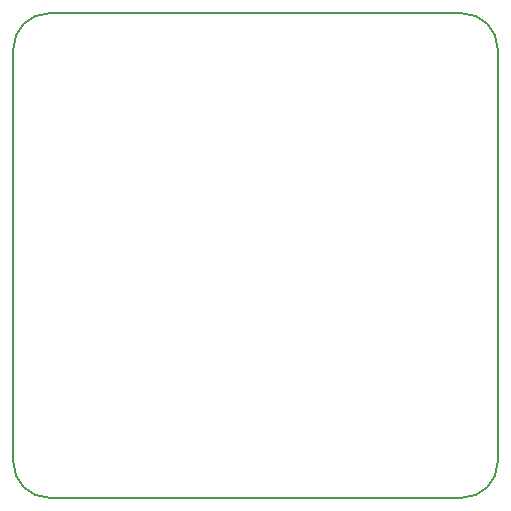
<source format=gm1>
%TF.GenerationSoftware,KiCad,Pcbnew,(5.1.9)-1*%
%TF.CreationDate,2021-06-05T23:50:19+09:00*%
%TF.ProjectId,universal_power_board,756e6976-6572-4736-916c-5f706f776572,rev?*%
%TF.SameCoordinates,Original*%
%TF.FileFunction,Profile,NP*%
%FSLAX46Y46*%
G04 Gerber Fmt 4.6, Leading zero omitted, Abs format (unit mm)*
G04 Created by KiCad (PCBNEW (5.1.9)-1) date 2021-06-05 23:50:19*
%MOMM*%
%LPD*%
G01*
G04 APERTURE LIST*
%TA.AperFunction,Profile*%
%ADD10C,0.200000*%
%TD*%
G04 APERTURE END LIST*
D10*
X134445000Y-91615000D02*
G75*
G02*
X131445000Y-94615000I-3000000J0D01*
G01*
X131445000Y-53615001D02*
G75*
G02*
X134445000Y-56615001I0J-3000000D01*
G01*
X96445001Y-94615000D02*
G75*
G02*
X93445001Y-91615000I0J3000000D01*
G01*
X96445001Y-53615001D02*
X131445000Y-53615001D01*
X134445000Y-56615001D02*
X134445000Y-91615000D01*
X93445001Y-91615000D02*
X93445001Y-56615001D01*
X93445001Y-56615001D02*
G75*
G02*
X96445001Y-53615001I3000000J0D01*
G01*
X131445000Y-94615000D02*
X96445001Y-94615000D01*
M02*

</source>
